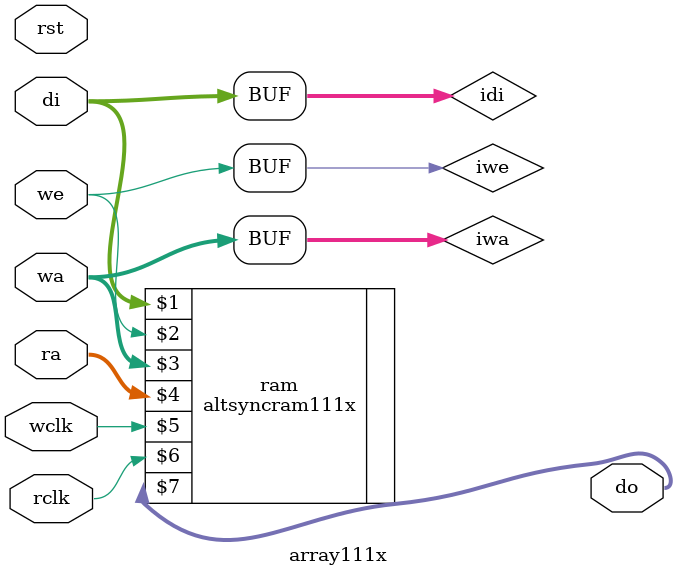
<source format=v>

(* keep_hierarchy = "yes" *) module array111x (rst,wclk,wa,we,di,rclk,ra,do);

parameter ADDRBIT = 9;
parameter DEPTH = 512;
parameter WIDTH = 32;
parameter TYPE = "AUTO";
parameter MAXDEPTH = 0;
parameter MEM_RESET = "OFF";
parameter NUMCLK= 1;// 1 is one clock domain, 2 is two clock domain

input               rst;
input               wclk;
input [ADDRBIT-1:0] wa;
input               we;
input [WIDTH-1:0]   di;
input               rclk;
input [ADDRBIT-1:0] ra;
output [WIDTH-1:0]  do;
reg [ADDRBIT-1:0]   cnt;
wire [ADDRBIT-1:0]  iwa;
wire                iwe;
wire [WIDTH-1:0]    idi;

generate
    if (MEM_RESET == "ON")
        begin: on_reset
always @(posedge wclk) cnt <= cnt + 1'b1;
assign iwa  = rst ? cnt : wa;
assign iwe  = rst ? 1'b1 : we;
assign idi  = rst ? {WIDTH{1'b0}} : di;
        end
    else
        begin: off_reset
assign iwa  = wa;
assign iwe  = we;
assign idi  = di;
        end
endgenerate

`ifdef  RTL_SIMULATION
wire   sameadd = (iwe & (iwa == ra));
wire   re = !sameadd;
iramrwpx #(ADDRBIT,DEPTH,WIDTH) array (wclk,iwa,iwe,idi,rclk,ra,re,do,1'b0,1'b0);
`else
altsyncram111x #(ADDRBIT,DEPTH,WIDTH,TYPE,MAXDEPTH) ram(idi,iwe,iwa,ra,wclk,rclk,do);
`endif
endmodule
</source>
